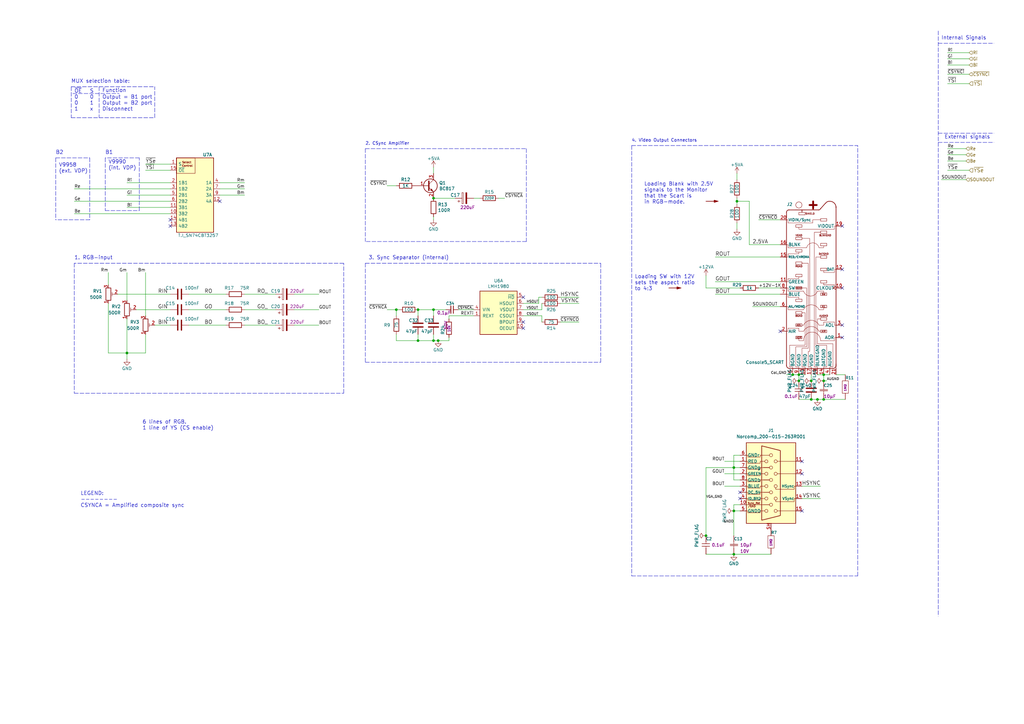
<source format=kicad_sch>
(kicad_sch (version 20211123) (generator eeschema)
  (paper "A3")
  (title_block (title "TRH9000D") (date "2022-08-04") (rev "AA") (company "The Retro Hacker") (comment 2 "Shared under CERN-OHL-S license") (comment 3 "TRH9000 - Open Source MSX Graphics Card based on the Yamaha V9990") (comment 4 "Designed  by: Cristiano Goncalves, Doomn00b, SD_Snatcher"))
  (lib_symbols
    (symbol "C_CC0805JPX7R9BB104_1" (pin_numbers hide) (pin_names (offset 1.016) hide)
      (property "Reference" "C" (at 1.524 2.921 0))
      (property "MPN" "CC0805JPX7R9BB104" (at -12.7 0 0))
      (symbol "C_CC0805JPX7R9BB104_1_1_1"
        (pin passive line (at 0 3.81 270) (length 2.54) (name "1") (number "1"))
        (pin passive line (at 0 -3.81 90) (length 2.54) (name "2") (number "2"))
      )
    )
    (symbol "C_TCJB227_1" (pin_numbers hide) (pin_names (offset 0.254))
      (property "Reference" "C" (at 0.635 2.54 0))
      (property "Capacitance" "220uF" (at -5.08 0 0))
      (symbol "C_TCJB227_1_1_1"
        (pin passive line (at 0 3.81 270) (length 2.794) (name "~") (number "1"))
        (pin passive line (at 0 -3.81 90) (length 2.794) (name "~") (number "2"))
      )
    )
    (symbol "C_TCJB227_2" (pin_numbers hide) (pin_names (offset 0.254))
      (property "Reference" "C" (at 0.635 2.54 0))
      (property "Capacitance" "220uF" (at -5.08 0 0))
      (symbol "C_TCJB227_2_1_1"
        (pin passive line (at 0 3.81 270) (length 2.794) (name "~") (number "1"))
        (pin passive line (at 0 -3.81 90) (length 2.794) (name "~") (number "2"))
      )
    )
    (symbol "Device:C" (pin_numbers hide) (pin_names (offset 0.254))
      (property "Reference" "C" (at 0.635 2.54 0))
      (property "Value" "C" (at 0.635 -2.54 0))
      (symbol "C_1_1"
        (pin passive line (at 0 3.81 270) (length 2.794) (name "~") (number "1"))
        (pin passive line (at 0 -3.81 90) (length 2.794) (name "~") (number "2"))
      )
    )
    (symbol "Device:R" (pin_numbers hide) (pin_names (offset 0))
      (property "Reference" "R" (at 2.032 0 90))
      (property "Value" "R" (at 0 0 90))
      (symbol "R_1_1"
        (pin passive line (at 0 3.81 270) (length 1.27) (name "~") (number "1"))
        (pin passive line (at 0 -3.81 90) (length 1.27) (name "~") (number "2"))
      )
    )
    (symbol "Device:R_Potentiometer_Trim" (pin_names (offset 1.016) hide)
      (property "Reference" "RV" (at -4.445 0 90))
      (property "Value" "R_Potentiometer_Trim" (at -2.54 0 90))
      (symbol "R_Potentiometer_Trim_1_1"
        (pin passive line (at 0 3.81 270) (length 1.27) (name "1") (number "1"))
        (pin passive line (at 3.81 0 180) (length 1.27) (name "2") (number "2"))
        (pin passive line (at 0 -3.81 90) (length 1.27) (name "3") (number "3"))
      )
    )
    (symbol "Graphic:SYM_Arrow_Normal" (pin_names (offset 1.016)))
    (symbol "LRJ-parts:C_CC0805JPX7R9BB104" (pin_numbers hide) (pin_names (offset 1.016) hide)
      (property "Reference" "C" (at 1.524 2.921 0))
      (property "MPN" "CC0805JPX7R9BB104" (at -12.7 0 0))
      (symbol "C_CC0805JPX7R9BB104_1_1"
        (pin passive line (at 0 3.81 270) (length 2.54) (name "1") (number "1"))
        (pin passive line (at 0 -3.81 90) (length 2.54) (name "2") (number "2"))
      )
    )
    (symbol "LRJ-parts:C_CL10B104KB8NNNL" (pin_numbers hide) (pin_names (offset 0.254) hide)
      (property "Reference" "C" (at 0.254 1.778 0))
      (property "Value" "C_CL10B104KB8NNNL" (at 0.254 -2.032 0))
      (property "Capacitance " " 0,1µF" (at -6.35 0 0))
      (property "Voltage Rating" "50V" (at -6.35 -2.54 0))
      (symbol "C_CL10B104KB8NNNL_1_1"
        (pin passive line (at 0 2.54 270) (length 2.032) (name "~") (number "1"))
        (pin passive line (at 0 -2.54 90) (length 2.032) (name "~") (number "2"))
      )
    )
    (symbol "LRJ-parts:C_GRM188D71A106KA73D" (pin_numbers hide) (pin_names (offset 1.016) hide)
      (property "Reference" "C" (at 1.524 2.921 0))
      (property "Capacitance" "10µF" (at 5.08 0 0))
      (property "Voltage rating" "10V" (at 5.08 -2.54 0))
      (symbol "C_GRM188D71A106KA73D_1_1"
        (pin passive line (at 0 3.81 270) (length 2.54) (name "1") (number "1"))
        (pin passive line (at 0 -3.81 90) (length 2.54) (name "2") (number "2"))
      )
    )
    (symbol "LRJ-parts:C_TCJB227" (pin_numbers hide) (pin_names (offset 0.254))
      (property "Reference" "C" (at 0.635 2.54 0))
      (property "Capacitance" "220uF" (at -5.08 0 0))
      (symbol "C_TCJB227_1_1"
        (pin passive line (at 0 3.81 270) (length 2.794) (name "~") (number "1"))
        (pin passive line (at 0 -3.81 90) (length 2.794) (name "~") (number "2"))
      )
    )
    (symbol "LRJ-parts:Console5_SCART" (pin_names (offset 0.762))
      (property "Reference" "J" (at 2.54 36.83 0))
      (property "Value" "Console5_SCART" (at -17.78 -30.48 0))
      (symbol "Console5_SCART_0_0"
        (text "AIL" (at 5.08 -7.62 0) (effects (font (size 0.7112 0.7112))))
        (text "AIR" (at 5.08 -17.78 0) (effects (font (size 0.7112 0.7112))))
        (text "AOL" (at -5.08 -15.24 0) (effects (font (size 0.7112 0.7112))))
        (text "AOR" (at -5.08 -20.32 0) (effects (font (size 0.7112 0.7112))))
        (text "AUGND" (at 5.08 -11.43 0) (effects (font (size 0.7112 0.7112))))
        (text "BGND" (at -5.08 -11.43 0) (effects (font (size 0.7112 0.7112))))
        (text "DATGND" (at 5.08 13.97 0) (effects (font (size 0.7112 0.7112))))
        (text "GGND" (at -5.08 0 0) (effects (font (size 0.5588 0.5588))))
        (text "RGND" (at -5.08 8.89 0) (effects (font (size 0.7112 0.7112))))
        (text "SHIELD" (at -0.508 30.48 0) (effects (font (size 0.7112 0.7112))))
        (text "SW" (at 5.08 -2.54 0) (effects (font (size 0.7112 0.7112))))
        (text "VGND" (at -5.08 21.59 0) (effects (font (size 0.7112 0.7112))))
      )
      (symbol "Console5_SCART_0_1"
        (text "+" (at 0.762 34.29 0) (effects (font (size 3.81 3.81) bold)))
      )
      (symbol "Console5_SCART_1_0"
        (text "BLNKGND" (at 5.715 21.59 0) (effects (font (size 0.7112 0.7112))))
      )
      (symbol "Console5_SCART_1_1"
        (pin output line (at 12.7 -20.32 180) (length 2.54) (name "AOR") (number "1"))
        (pin output clock (at 12.7 0 180) (length 2.54) (name "CLKOUT") (number "10"))
        (pin input line (at -12.7 2.54 0) (length 2.54) (name "GREEN") (number "11"))
        (pin output line (at 12.7 7.62 180) (length 2.54) (name "DAT") (number "12"))
        (pin power_in line (at -2.54 -35.56 90) (length 2.54) (name "RGND") (number "13"))
        (pin power_in line (at 5.08 -35.56 90) (length 2.54) (name "DATGND") (number "14"))
        (pin input line (at -12.7 12.7 0) (length 2.54) (name "RED/CHROMA") (number "15"))
        (pin input line (at -12.7 17.78 0) (length 2.54) (name "BLNK") (number "16"))
        (pin power_in line (at 0 -35.56 90) (length 2.54) (name "VGND") (number "17"))
        (pin power_in line (at 2.54 -35.56 90) (length 2.54) (name "BLNKGND") (number "18"))
        (pin output line (at 12.7 25.4 180) (length 2.54) (name "VIDOUT") (number "19"))
        (pin input line (at -12.7 -17.78 0) (length 2.54) (name "AIR") (number "2"))
        (pin input line (at -12.7 27.94 0) (length 2.54) (name "VIDIN/Sync") (number "20"))
        (pin passive line (at 10.16 -35.56 90) (length 2.54) (name "SH") (number "21"))
        (pin output line (at 12.7 -15.24 180) (length 2.54) (name "AOL") (number "3"))
        (pin power_in line (at 7.62 -35.56 90) (length 2.54) (name "AUGND") (number "4"))
        (pin power_in line (at -7.62 -35.56 90) (length 2.54) (name "BGND") (number "5"))
        (pin input line (at -12.7 -7.62 0) (length 2.54) (name "AIL/MONO") (number "6"))
        (pin input line (at -12.7 -2.54 0) (length 2.54) (name "BLUE") (number "7"))
        (pin input line (at -12.7 0 0) (length 2.54) (name "SW") (number "8"))
        (pin passive line (at -5.08 -35.56 90) (length 2.54) (name "GGND") (number "9"))
      )
    )
    (symbol "LRJ-parts:LMH1980" (pin_names (offset 1.016))
      (property "Reference" "U" (at -11.43 11.43 0))
      (property "Value" "LMH1980" (at 3.81 11.43 0))
      (symbol "LMH1980_1_1"
        (pin input line (at -10.16 0 0) (length 2.54) (name "REXT") (number "1"))
        (pin output line (at 10.16 -5.08 180) (length 2.54) (name "OEOUT") (number "10"))
        (pin input line (at -10.16 2.54 0) (length 2.54) (name "VIN") (number "4"))
        (pin output line (at 10.16 7.62 180) (length 2.54) (name "~{HD}") (number "5"))
        (pin output line (at 10.16 5.08 180) (length 2.54) (name "HSOUT") (number "6"))
        (pin output line (at 10.16 2.54 180) (length 2.54) (name "VSOUT") (number "7"))
        (pin output line (at 10.16 0 180) (length 2.54) (name "CSOUT") (number "8"))
        (pin output line (at 10.16 -2.54 180) (length 2.54) (name "BPOUT") (number "9"))
      )
      (symbol "LMH1980_2_1"
        (pin power_in line (at 0 -7.62 90) (length 2.54) (name "GND") (number "2"))
        (pin power_in line (at 0 7.62 270) (length 2.54) (name "VCC") (number "3"))
      )
    )
    (symbol "LRJ-parts:Norcomp_200-015-263R001" (pin_names (offset 0.635))
      (property "Reference" "J" (at 0 21.59 0))
      (property "Value" "Norcomp_200-015-263R001" (at 38.1 2.54 0))
      (symbol "Norcomp_200-015-263R001_1_0"
        (text "/GND" (at -7.874 -8.255 0) (effects (font (size 0.75 0.75))))
        (text "Sync_Ret" (at -6.985 -6.985 0) (effects (font (size 0.75 0.75))))
      )
      (symbol "Norcomp_200-015-263R001_1_1"
        (pin passive line (at -12.7 10.16 0) (length 2.54) (name "RED") (number "1"))
        (pin passive line (at -12.7 -7.62 0) (length 2.54) (name "Sync_Ret/GND") (number "10"))
        (pin passive line (at 12.7 10.16 180) (length 2.54) (name "~") (number "11"))
        (pin passive line (at 12.7 5.08 180) (length 2.54) (name "~") (number "12"))
        (pin passive line (at 12.7 0 180) (length 2.54) (name "HSync") (number "13"))
        (pin passive line (at 12.7 -5.08 180) (length 2.54) (name "VSync") (number "14"))
        (pin passive line (at 12.7 -10.16 180) (length 2.54) (name "~") (number "15"))
        (pin passive line (at -12.7 5.08 0) (length 2.54) (name "GREEN") (number "2"))
        (pin passive line (at -12.7 0 0) (length 2.54) (name "BLUE") (number "3"))
        (pin passive line (at -12.7 -5.08 0) (length 2.54) (name "ID_Bit2") (number "4"))
        (pin power_in line (at -12.7 -10.16 0) (length 2.54) (name "GNDD") (number "5"))
        (pin power_in line (at -12.7 12.7 0) (length 2.54) (name "GNDr") (number "6"))
        (pin power_in line (at -12.7 7.62 0) (length 2.54) (name "GNDg") (number "7"))
        (pin power_in line (at -12.7 2.54 0) (length 2.54) (name "GNDb") (number "8"))
        (pin power_in line (at -12.7 -2.54 0) (length 2.54) (name "DC_5V") (number "9"))
        (pin passive line (at 0 -17.78 90) (length 2.54) (name "SH") (number "SH"))
      )
    )
    (symbol "LRJ-parts:R_ERJ-3GEYJ105V" (pin_numbers hide) (pin_names (offset 1.016) hide)
      (property "Reference" "R" (at -5.08 1.27 0))
      (property "Value" "R_ERJ-3GEYJ105V" (at -10.16 -3.81 0))
      (property "Resistance" "1MΩ" (at 0 0 0))
      (symbol "R_ERJ-3GEYJ105V_1_1"
        (pin passive line (at -5.08 0 0) (length 2.54) (name "1") (number "1"))
        (pin passive line (at 5.08 0 180) (length 2.54) (name "2") (number "2"))
      )
    )
    (symbol "LRJ-parts:R_RC0603FR-0710KL" (pin_numbers hide) (pin_names (offset 0))
      (property "Reference" "R" (at 0 0 90))
      (property "Value" "R_RC0603FR-0710KL" (at -12.7 0 0))
      (property "Resistance" "10k" (at 3.81 -1.27 0))
      (symbol "R_RC0603FR-0710KL_1_1"
        (pin passive line (at 0 3.81 270) (length 1.27) (name "~") (number "1"))
        (pin passive line (at 0 -3.81 90) (length 1.27) (name "~") (number "2"))
      )
    )
    (symbol "TRH9000:T.I_SN74CBT3257" (pin_names (offset 0.762))
      (property "Reference" "U" (at -7.62 20.32 0))
      (property "Value" "T.I_SN74CBT3257" (at -7.62 -35.56 0))
      (symbol "T.I_SN74CBT3257_1_0"
        (text "Control" (at -3.175 12.065 0) (effects (font (size 0.8 0.8))))
        (text "Select" (at -3.429 13.462 0) (effects (font (size 0.8 0.8))))
      )
      (symbol "T.I_SN74CBT3257_1_1"
        (pin input line (at -10.16 12.7 0) (length 2.54) (name "S") (number "1"))
        (pin bidirectional line (at -10.16 -7.62 0) (length 2.54) (name "3B2") (number "10"))
        (pin bidirectional line (at -10.16 -5.08 0) (length 2.54) (name "3B1") (number "11"))
        (pin bidirectional line (at 10.16 -2.54 180) (length 2.54) (name "4A") (number "12"))
        (pin bidirectional line (at -10.16 -12.7 0) (length 2.54) (name "4B2") (number "13"))
        (pin bidirectional line (at -10.16 -10.16 0) (length 2.54) (name "4B1") (number "14"))
        (pin input line (at -10.16 10.16 0) (length 2.54) (name "~{OE}") (number "15"))
        (pin bidirectional line (at -10.16 5.08 0) (length 2.54) (name "1B1") (number "2"))
        (pin bidirectional line (at -10.16 2.54 0) (length 2.54) (name "1B2") (number "3"))
        (pin bidirectional line (at 10.16 5.08 180) (length 2.54) (name "1A") (number "4"))
        (pin bidirectional line (at -10.16 0 0) (length 2.54) (name "2B1") (number "5"))
        (pin bidirectional line (at -10.16 -2.54 0) (length 2.54) (name "2B2") (number "6"))
        (pin bidirectional line (at 10.16 2.54 180) (length 2.54) (name "2A") (number "7"))
        (pin bidirectional line (at 10.16 0 180) (length 2.54) (name "3A") (number "9"))
      )
      (symbol "T.I_SN74CBT3257_2_0"
        (pin power_in line (at 0 7.62 270) (length 2.54) (name "VCC") (number "16"))
      )
      (symbol "T.I_SN74CBT3257_2_1"
        (pin power_in line (at 0 -7.62 90) (length 2.54) (name "GND") (number "8"))
      )
    )
    (symbol "Transistor_BJT:BC817" (pin_names (offset 0) hide)
      (property "Reference" "Q" (at 5.08 1.905 0))
      (property "Value" "BC817" (at 5.08 0 0))
      (symbol "BC817_1_1"
        (pin input line (at -5.08 0 0) (length 5.715) (name "B") (number "1"))
        (pin passive line (at 2.54 -5.08 90) (length 2.54) (name "E") (number "2"))
        (pin passive line (at 2.54 5.08 270) (length 2.54) (name "C") (number "3"))
      )
    )
    (symbol "power:+12VA" (power) (pin_names (offset 0))
      (property "Value" "+12VA" (at 0 3.556 0))
      (symbol "+12VA_1_1"
        (pin power_in line (at 0 0 90) (length 0) hide (name "+12VA") (number "1"))
      )
    )
    (symbol "power:+5VA" (power) (pin_names (offset 0))
      (property "Value" "+5VA" (at 0 3.556 0))
      (symbol "+5VA_1_1"
        (pin power_in line (at 0 0 90) (length 0) hide (name "+5VA") (number "1"))
      )
    )
    (symbol "power:GND" (power) (pin_names (offset 0))
      (property "Value" "GND" (at 0 -3.81 0))
      (symbol "GND_1_1"
        (pin power_in line (at 0 0 270) (length 0) hide (name "GND") (number "1"))
      )
    )
    (symbol "power:PWR_FLAG" (power) (pin_numbers hide) (pin_names (offset 0) hide)
      (property "Value" "PWR_FLAG" (at 0 3.81 0))
      (symbol "PWR_FLAG_0_0"
        (pin power_out line (at 0 0 90) (length 0) (name "pwr") (number "1"))
      )
    )
  )
  (junction (at 337.82 163.83))
  (junction (at 177.8 127))
  (junction (at 171.45 139.7))
  (junction (at 177.8 81.28))
  (junction (at 177.8 139.7))
  (junction (at 332.74 163.83))
  (junction (at 300.99 227.33))
  (junction (at 302.26 82.55))
  (junction (at 289.56 219.71))
  (junction (at 335.28 163.83))
  (junction (at 337.82 153.67))
  (junction (at 300.99 209.55))
  (junction (at 327.66 153.67))
  (junction (at 325.12 153.67))
  (junction (at 52.07 144.78))
  (junction (at 332.74 156.21))
  (junction (at 327.66 156.21))
  (junction (at 179.705 139.7))
  (junction (at 171.45 127))
  (junction (at 300.99 191.77))
  (junction (at 162.56 127))
  (junction (at 337.82 156.21))
  (no_connect (at 214.63 132.08))
  (no_connect (at 214.63 134.62))
  (no_connect (at 320.04 135.89))
  (no_connect (at 345.44 118.11))
  (no_connect (at 345.44 138.43))
  (no_connect (at 345.44 133.35))
  (no_connect (at 69.85 92.71))
  (no_connect (at 69.85 90.17))
  (no_connect (at 90.17 82.55))
  (no_connect (at 345.44 92.71))
  (no_connect (at 345.44 110.49))
  (no_connect (at 303.53 204.47))
  (no_connect (at 328.93 189.23))
  (no_connect (at 328.93 194.31))
  (no_connect (at 328.93 209.55))
  (no_connect (at 303.53 201.93))
  (no_connect (at 214.63 121.92))
  (wire (pts (xy 59.69 137.16) (xy 59.69 144.78)))
  (wire (pts (xy 30.48 87.63) (xy 69.85 87.63)))
  (wire (pts (xy 388.62 34.29) (xy 397.51 34.29)))
  (wire (pts (xy 289.56 191.77) (xy 300.99 191.77)))
  (polyline (pts (xy 30.48 107.95) (xy 30.48 161.29)))
  (wire (pts (xy 77.47 133.35) (xy 92.71 133.35)))
  (wire (pts (xy 207.01 81.28) (xy 204.47 81.28)))
  (polyline (pts (xy 22.86 64.77) (xy 36.83 64.77)))
  (polyline (pts (xy 149.86 60.96) (xy 215.9 60.96)))
  (polyline (pts (xy 215.9 60.96) (xy 215.9 99.06)))
  (wire (pts (xy 171.45 139.7) (xy 177.8 139.7)))
  (wire (pts (xy 113.03 120.65) (xy 100.33 120.65)))
  (wire (pts (xy 177.8 71.12) (xy 177.8 68.58)))
  (wire (pts (xy 303.53 186.69) (xy 300.99 186.69)))
  (wire (pts (xy 300.99 227.33) (xy 316.23 227.33)))
  (polyline (pts (xy 43.18 86.36) (xy 57.15 86.36)))
  (wire (pts (xy 120.65 133.35) (xy 130.81 133.35)))
  (wire (pts (xy 297.18 189.23) (xy 303.53 189.23)))
  (wire (pts (xy 339.09 156.21) (xy 337.82 156.21)))
  (wire (pts (xy 325.12 153.67) (xy 327.66 153.67)))
  (wire (pts (xy 52.07 130.81) (xy 52.07 144.78)))
  (polyline (pts (xy 259.08 236.22) (xy 351.79 236.22)))
  (wire (pts (xy 158.75 127) (xy 162.56 127)))
  (wire (pts (xy 63.5 133.35) (xy 69.85 133.35)))
  (wire (pts (xy 162.56 139.7) (xy 171.45 139.7)))
  (wire (pts (xy 171.45 137.16) (xy 171.45 139.7)))
  (wire (pts (xy 289.56 113.03) (xy 289.56 118.11)))
  (polyline (pts (xy 215.9 99.06) (xy 149.86 99.06)))
  (wire (pts (xy 300.99 207.01) (xy 303.53 207.01)))
  (wire (pts (xy 229.87 132.08) (xy 237.49 132.08)))
  (polyline (pts (xy 29.21 48.26) (xy 63.5 48.26)))
  (wire (pts (xy 90.17 80.01) (xy 100.33 80.01)))
  (wire (pts (xy 52.07 144.78) (xy 52.07 147.32)))
  (wire (pts (xy 322.58 153.67) (xy 325.12 153.67)))
  (wire (pts (xy 289.56 118.11) (xy 303.53 118.11)))
  (polyline (pts (xy 149.86 148.59) (xy 246.38 148.59)))
  (polyline (pts (xy 29.21 35.56) (xy 63.5 35.56)))
  (wire (pts (xy 386.08 73.66) (xy 396.24 73.66)))
  (wire (pts (xy 162.56 137.16) (xy 162.56 139.7)))
  (wire (pts (xy 388.62 63.5) (xy 396.24 63.5)))
  (polyline (pts (xy 40.64 35.56) (xy 40.64 48.26)))
  (wire (pts (xy 388.62 21.59) (xy 397.51 21.59)))
  (polyline (pts (xy 29.845 38.354) (xy 48.895 38.354)))
  (wire (pts (xy 214.63 127) (xy 222.25 127)))
  (wire (pts (xy 388.62 66.04) (xy 396.24 66.04)))
  (wire (pts (xy 214.63 124.46) (xy 220.98 124.46)))
  (wire (pts (xy 59.69 69.85) (xy 69.85 69.85)))
  (wire (pts (xy 332.74 156.21) (xy 332.74 153.67)))
  (wire (pts (xy 220.98 121.92) (xy 222.25 121.92)))
  (wire (pts (xy 229.87 124.46) (xy 237.49 124.46)))
  (wire (pts (xy 300.99 191.77) (xy 300.99 196.85)))
  (wire (pts (xy 90.17 77.47) (xy 100.33 77.47)))
  (polyline (pts (xy 30.48 161.29) (xy 140.97 161.29)))
  (wire (pts (xy 177.8 127) (xy 177.8 129.54)))
  (polyline (pts (xy 420.37 125.73) (xy 420.37 125.73)))
  (wire (pts (xy 388.62 30.48) (xy 397.51 30.48)))
  (wire (pts (xy 77.47 120.65) (xy 92.71 120.65)))
  (wire (pts (xy 303.53 209.55) (xy 300.99 209.55)))
  (wire (pts (xy 222.25 129.54) (xy 222.25 132.08)))
  (wire (pts (xy 311.15 118.11) (xy 320.04 118.11)))
  (wire (pts (xy 293.37 120.65) (xy 320.04 120.65)))
  (wire (pts (xy 214.63 129.54) (xy 222.25 129.54)))
  (wire (pts (xy 90.17 74.93) (xy 100.33 74.93)))
  (polyline (pts (xy 384.81 17.78) (xy 407.67 17.78)))
  (polyline (pts (xy 384.81 58.42) (xy 407.67 58.42)))
  (wire (pts (xy 44.45 144.78) (xy 52.07 144.78)))
  (wire (pts (xy 335.28 163.83) (xy 337.82 163.83)))
  (polyline (pts (xy 149.86 107.95) (xy 246.38 107.95)))
  (wire (pts (xy 308.61 125.73) (xy 320.04 125.73)))
  (wire (pts (xy 307.34 100.33) (xy 320.04 100.33)))
  (wire (pts (xy 52.07 85.09) (xy 69.85 85.09)))
  (wire (pts (xy 388.62 26.67) (xy 397.51 26.67)))
  (wire (pts (xy 320.04 90.17) (xy 311.15 90.17)))
  (wire (pts (xy 48.26 120.65) (xy 69.85 120.65)))
  (polyline (pts (xy 149.86 107.95) (xy 149.86 148.59)))
  (wire (pts (xy 328.93 204.47) (xy 336.55 204.47)))
  (polyline (pts (xy 140.97 161.29) (xy 140.97 107.95)))
  (wire (pts (xy 222.25 124.46) (xy 222.25 127)))
  (wire (pts (xy 293.37 105.41) (xy 320.04 105.41)))
  (wire (pts (xy 300.99 191.77) (xy 303.53 191.77)))
  (wire (pts (xy 158.75 76.2) (xy 162.56 76.2)))
  (wire (pts (xy 337.82 156.21) (xy 337.82 153.67)))
  (wire (pts (xy 30.48 77.47) (xy 69.85 77.47)))
  (wire (pts (xy 196.85 81.28) (xy 194.31 81.28)))
  (wire (pts (xy 300.99 219.71) (xy 300.99 209.55)))
  (wire (pts (xy 187.96 127) (xy 194.31 127)))
  (polyline (pts (xy 57.15 86.36) (xy 57.15 64.77)))
  (polyline (pts (xy 140.97 107.95) (xy 30.48 107.95)))
  (wire (pts (xy 307.34 82.55) (xy 307.34 100.33)))
  (polyline (pts (xy 57.15 64.77) (xy 43.18 64.77)))
  (wire (pts (xy 293.37 115.57) (xy 320.04 115.57)))
  (wire (pts (xy 177.8 127) (xy 182.88 127)))
  (wire (pts (xy 177.8 137.16) (xy 177.8 139.7)))
  (wire (pts (xy 113.03 127) (xy 100.33 127)))
  (wire (pts (xy 346.71 153.67) (xy 342.9 153.67)))
  (wire (pts (xy 44.45 111.76) (xy 44.45 116.84)))
  (wire (pts (xy 52.07 111.76) (xy 52.07 123.19)))
  (wire (pts (xy 52.07 74.93) (xy 69.85 74.93)))
  (wire (pts (xy 300.99 196.85) (xy 303.53 196.85)))
  (wire (pts (xy 120.65 120.65) (xy 130.81 120.65)))
  (wire (pts (xy 300.99 186.69) (xy 300.99 191.77)))
  (wire (pts (xy 162.56 127) (xy 163.83 127)))
  (wire (pts (xy 52.07 80.01) (xy 69.85 80.01)))
  (wire (pts (xy 297.18 199.39) (xy 303.53 199.39)))
  (wire (pts (xy 55.88 127) (xy 69.85 127)))
  (wire (pts (xy 171.45 127) (xy 177.8 127)))
  (polyline (pts (xy 149.86 60.96) (xy 149.86 99.06)))
  (wire (pts (xy 300.99 207.01) (xy 300.99 209.55)))
  (wire (pts (xy 59.69 144.78) (xy 52.07 144.78)))
  (wire (pts (xy 220.98 121.92) (xy 220.98 124.46)))
  (wire (pts (xy 302.26 93.98) (xy 302.26 91.44)))
  (wire (pts (xy 328.93 199.39) (xy 336.55 199.39)))
  (wire (pts (xy 186.69 81.28) (xy 177.8 81.28)))
  (wire (pts (xy 302.26 81.28) (xy 302.26 82.55)))
  (wire (pts (xy 327.66 153.67) (xy 330.2 153.67)))
  (wire (pts (xy 77.47 127) (xy 92.71 127)))
  (polyline (pts (xy 259.08 59.69) (xy 259.08 236.22)))
  (wire (pts (xy 162.56 129.54) (xy 162.56 127)))
  (wire (pts (xy 302.26 82.55) (xy 307.34 82.55)))
  (wire (pts (xy 44.45 124.46) (xy 44.45 144.78)))
  (wire (pts (xy 130.81 127) (xy 120.65 127)))
  (wire (pts (xy 337.82 153.67) (xy 340.36 153.67)))
  (polyline (pts (xy 384.81 54.61) (xy 407.67 54.61)))
  (wire (pts (xy 59.69 111.76) (xy 59.69 129.54)))
  (wire (pts (xy 335.28 153.67) (xy 337.82 153.67)))
  (wire (pts (xy 179.705 139.7) (xy 184.15 139.7)))
  (wire (pts (xy 397.51 69.85) (xy 388.62 69.85)))
  (wire (pts (xy 289.56 219.71) (xy 289.56 191.77)))
  (wire (pts (xy 177.8 139.7) (xy 179.705 139.7)))
  (wire (pts (xy 100.33 133.35) (xy 113.03 133.35)))
  (wire (pts (xy 184.15 138.43) (xy 184.15 139.7)))
  (wire (pts (xy 177.8 88.9) (xy 177.8 90.17)))
  (wire (pts (xy 184.15 130.81) (xy 184.15 129.54)))
  (polyline (pts (xy 246.38 148.59) (xy 246.38 107.95)))
  (wire (pts (xy 297.18 194.31) (xy 303.53 194.31)))
  (wire (pts (xy 337.82 163.83) (xy 346.71 163.83)))
  (wire (pts (xy 229.87 121.92) (xy 237.49 121.92)))
  (polyline (pts (xy 22.86 64.77) (xy 22.86 90.17)))
  (wire (pts (xy 327.66 156.21) (xy 327.66 153.67)))
  (wire (pts (xy 388.62 60.96) (xy 396.24 60.96)))
  (polyline (pts (xy 351.79 236.22) (xy 351.79 59.69)))
  (wire (pts (xy 30.48 82.55) (xy 69.85 82.55)))
  (polyline (pts (xy 259.08 59.69) (xy 351.79 59.69)))
  (wire (pts (xy 388.62 24.13) (xy 397.51 24.13)))
  (polyline (pts (xy 63.5 48.26) (xy 63.5 35.56)))
  (wire (pts (xy 171.45 127) (xy 171.45 129.54)))
  (polyline (pts (xy 36.83 90.17) (xy 22.86 90.17)))
  (polyline (pts (xy 384.81 12.7) (xy 384.81 252.73)))
  (wire (pts (xy 302.26 82.55) (xy 302.26 83.82)))
  (wire (pts (xy 289.56 227.33) (xy 300.99 227.33)))
  (wire (pts (xy 302.26 71.12) (xy 302.26 73.66)))
  (wire (pts (xy 59.69 67.31) (xy 69.85 67.31)))
  (polyline (pts (xy 43.18 64.77) (xy 43.18 86.36)))
  (polyline (pts (xy 29.21 35.56) (xy 29.21 48.26)))
  (wire (pts (xy 184.15 129.54) (xy 194.31 129.54)))
  (polyline (pts (xy 36.83 64.77) (xy 36.83 90.17)))
  (wire (pts (xy 327.66 163.83) (xy 332.74 163.83)))
  (wire (pts (xy 332.74 163.83) (xy 335.28 163.83)))
  (text "Internal Signals" (at 386.08 16.51 0) (effects (font (size 1.524 1.524)) (justify left bottom)))
  (text "B1" (at 43.18 63.5 0) (effects (font (size 1.524 1.524)) (justify left bottom)))
  (text "3. Sync Separator (internal)" (at 151.13 106.68 0) (effects (font (size 1.524 1.524)) (justify left bottom)))
  (text "2. CSync Amplifier" (at 149.86 59.69 0) (effects (font (size 1.27 1.27)) (justify left bottom)))
  (text "Loading Blank with 2.5V\nsignals to the Monitor \nthat the Scart is \nin RGB-mode." (at 264.16 83.82 0) (effects (font (size 1.524 1.524)) (justify left bottom)))
  (text "Function" (at 41.91 38.1 0) (effects (font (size 1.524 1.524)) (justify left bottom)))
  (text "V9990\n(int. VDP)" (at 44.45 69.85 0) (effects (font (size 1.524 1.524)) (justify left bottom)))
  (text "~{OE}\n0\n0\n1" (at 30.48 45.72 0) (effects (font (size 1.524 1.524)) (justify left bottom)))
  (text "LEGEND:\n--------\nCSYNCA = Amplified composite sync" (at 33.02 208.28 0) (effects (font (size 1.524 1.524)) (justify left bottom)))
  (text "Output = B1 port\nOutput = B2 port\nDisconnect" (at 41.91 45.72 0) (effects (font (size 1.524 1.524)) (justify left bottom)))
  (text "4. Video Output Connectors\n" (at 259.08 58.42 0) (effects (font (size 1.27 1.27)) (justify left bottom)))
  (text "External signals" (at 387.35 57.15 0) (effects (font (size 1.524 1.524)) (justify left bottom)))
  (text "1. RGB-input" (at 30.48 106.68 0) (effects (font (size 1.524 1.524)) (justify left bottom)))
  (text "S\n0\n1\nx" (at 36.83 45.72 0) (effects (font (size 1.524 1.524)) (justify left bottom)))
  (text "MUX selection table:" (at 29.21 34.29 0) (effects (font (size 1.524 1.524)) (justify left bottom)))
  (text "B2" (at 22.86 63.5 0) (effects (font (size 1.524 1.524)) (justify left bottom)))
  (text "6 lines of RGB.\n1 line of YS (CS enable)" (at 58.42 176.53 0) (effects (font (size 1.524 1.524)) (justify left bottom)))
  (text "Loading SW with 12V \nsets the aspect ratio\nto 4:3" (at 260.35 119.38 0) (effects (font (size 1.524 1.524)) (justify left bottom)))
  (text "V9958\n(ext. VDP)" (at 24.13 71.12 0) (effects (font (size 1.524 1.524)) (justify left bottom)))
  (label "~{YSi}" (at 59.69 69.85 0) (effects (font (size 1.524 1.524))))
  (label "VSYNC" (at 237.49 124.46 180) (effects (font (size 1.524 1.524))))
  (label "Be" (at 30.48 87.63 0))
  (label "~{CSYNCO}" (at 237.49 132.08 180))
  (label "RO" (at 83.82 120.65 0) (effects (font (size 1.524 1.524))))
  (label "BO_" (at 105.41 133.35 0) (effects (font (size 1.524 1.524))))
  (label "BIN" (at 64.77 133.35 0) (effects (font (size 1.524 1.524))))
  (label "HSYNC" (at 237.49 121.92 180) (effects (font (size 1.524 1.524))))
  (label "ROUT" (at 130.81 120.65 0))
  (label "GO_" (at 105.41 127 0) (effects (font (size 1.524 1.524))))
  (label "BOUT" (at 293.37 120.65 0) (effects (font (size 1.524 1.524))))
  (label "BOUT" (at 297.18 199.39 180))
  (label "Bm" (at 59.69 111.76 180))
  (label "SOUNDOUT" (at 386.08 73.66 0))
  (label "Ge" (at 388.62 63.5 0))
  (label "Ge" (at 30.48 82.55 0))
  (label "Ri" (at 388.62 21.59 0))
  (label "~{CSYNCi}" (at 158.75 76.2 180))
  (label "GNDD" (at 300.99 214.63 180) (effects (font (size 1 1))))
  (label "+12V-1K" (at 311.15 118.11 0))
  (label "VSYNC" (at 336.55 204.47 180) (effects (font (size 1.524 1.524))))
  (label "2.5VA" (at 308.61 100.33 0) (effects (font (size 1.524 1.524))))
  (label "CSOUT" (at 215.9 129.54 0) (effects (font (size 1 1))))
  (label "BOUT" (at 130.81 133.35 0))
  (label "Gi" (at 52.07 80.01 0))
  (label "~{YSe}" (at 59.69 67.31 0) (effects (font (size 1.524 1.524))))
  (label "ROUT" (at 293.37 105.41 0) (effects (font (size 1.524 1.524))))
  (label "Gm" (at 52.07 111.76 180))
  (label "SOUNDOUT" (at 308.61 125.73 0))
  (label "Rm" (at 44.45 111.76 180))
  (label "Bi" (at 388.62 26.67 0))
  (label "Rm" (at 100.33 74.93 180))
  (label "~{YSi}" (at 388.62 34.29 0) (effects (font (size 1.524 1.524))))
  (label "BO" (at 83.82 133.35 0) (effects (font (size 1.524 1.524))))
  (label "~{CSYNCA_}" (at 194.31 127 180) (effects (font (size 1 1))))
  (label "~{CSYNCi}" (at 388.62 30.48 0))
  (label "Re" (at 30.48 77.47 0))
  (label "GIN" (at 64.77 127 0) (effects (font (size 1.524 1.524))))
  (label "Col_GND" (at 322.58 153.67 180) (effects (font (size 1 1))))
  (label "Be" (at 388.62 66.04 0))
  (label "GO" (at 83.82 127 0) (effects (font (size 1.524 1.524))))
  (label "Ri" (at 52.07 74.93 0))
  (label "~{CSYNCO}" (at 311.15 90.17 0))
  (label "~{CSYNCA}" (at 158.75 127 180))
  (label "Gi" (at 388.62 24.13 0))
  (label "Bm" (at 100.33 80.01 180))
  (label "AUGND" (at 339.09 156.21 0) (effects (font (size 1 1))))
  (label "VSOUT" (at 215.9 127 0) (effects (font (size 1 1))))
  (label "~{YSe}" (at 388.62 69.85 0) (effects (font (size 1.524 1.524))))
  (label "~{CSYNCA}" (at 207.01 81.28 0))
  (label "ROUT" (at 297.18 189.23 180))
  (label "RO_" (at 105.41 120.65 0) (effects (font (size 1.524 1.524))))
  (label "GOUT" (at 130.81 127 0))
  (label "HSOUT" (at 215.9 124.46 0) (effects (font (size 1 1))))
  (label "Bi" (at 52.07 85.09 0))
  (label "RIN" (at 64.77 120.65 0) (effects (font (size 1.524 1.524))))
  (label "GOUT" (at 297.18 194.31 180))
  (label "GOUT" (at 293.37 115.57 0) (effects (font (size 1.524 1.524))))
  (label "REXTi" (at 194.31 129.54 180))
  (label "VGA_GND" (at 289.56 204.47 0) (effects (font (size 1 1))))
  (label "HSYNC" (at 336.55 199.39 180) (effects (font (size 1.524 1.524))))
  (label "Gm" (at 100.33 77.47 180))
  (label "Re" (at 388.62 60.96 0))
  (hierarchical_label "Ri" (shape input) (at 397.51 21.59 0))
  (hierarchical_label "~{YSi}" (shape input) (at 397.51 34.29 0) (effects (font (size 1.524 1.524))))
  (hierarchical_label "Ge" (shape input) (at 396.24 63.5 0))
  (hierarchical_label "Gi" (shape input) (at 397.51 24.13 0))
  (hierarchical_label "Re" (shape input) (at 396.24 60.96 0))
  (hierarchical_label "~{YSe}" (shape input) (at 397.51 69.85 0) (effects (font (size 1.524 1.524))))
  (hierarchical_label "Be" (shape input) (at 396.24 66.04 0))
  (hierarchical_label "Bi" (shape input) (at 397.51 26.67 0))
  (hierarchical_label "~{CSYNCi}" (shape input) (at 397.51 30.48 0))
  (hierarchical_label "SOUNDOUT" (shape input) (at 396.24 73.66 0))
  (symbol (lib_id "power:GND") (at 179.705 139.7 0) (unit 1)
    (property "Reference" "#PWR016" (effects hide))
    (property "Value" "GND" (at 179.705 143.51 0))
  )
  (symbol (lib_name "C_TCJB227_1") (lib_id "LRJ-parts:C_TCJB227") (at 116.84 133.35 90) (unit 1)
    (property "Reference" "C21" (at 113.03 132.08 90))
    (property "Value" "C_TCJB227" (effects hide))
    (property "Footprint" "Capacitor_Tantalum_SMD:CP_EIA-3528-15_AVX-H" (effects hide))
    (property "Datasheet" "https://datasheets.kyocera-avx.com/TCJ.pdf" (effects hide))
    (property "MPN" "TCJB227M006R0070" (effects hide))
    (property "Voltage Rating" "6.3V" (effects hide))
    (property "Manufacturer" "KYOCERA AVX" (effects hide))
    (property "Capacitance" "220uF" (at 121.92 132.08 90))
  )
  (symbol (lib_id "LRJ-parts:C_GRM188D71A106KA73D") (at 337.82 160.02 180) (unit 1)
    (property "Reference" "C25" (at 337.82 158.115 0) (effects (font (size 1.143 1.143)) (justify right)))
    (property "Value" "C_GRM188D71A106KA73D" (effects hide))
    (property "Footprint" "Capacitor_SMD:C_0603_1608Metric" (effects hide))
    (property "Datasheet" "https://media.digikey.com/pdf/Data%20Sheets/Samsung%20PDFs/CL_Series_MLCC_ds.pdf" (effects hide))
    (property "Manufacturer" "Murata Electronics" (effects hide))
    (property "MPN" "GRM188D71A106KA73D" (effects hide))
    (property "Capacitance" "10µF" (at 337.82 162.56 0) (effects (justify right)))
    (property "Voltage rating" "10V" (effects hide))
    (property "Temperature Coefficient " "X7T" (effects hide))
    (property "Mounting type" "SMD" (effects hide))
    (property "Status" "Active" (effects hide))
  )
  (symbol (lib_id "Device:R_Potentiometer_Trim") (at 52.07 127 0) (mirror x) (unit 1)
    (property "Reference" "RV2" (at 49.53 125.7299 0) (effects (justify right)))
    (property "Value" "500R" (at 49.53 128.2699 0) (effects (justify right)))
    (property "Footprint" "Potentiometer_SMD:Potentiometer_Bourns_3314G_Vertical" (effects hide))
  )
  (symbol (lib_id "Device:R") (at 177.8 85.09 0) (unit 1)
    (property "Reference" "R13" (at 179.578 83.9216 0) (effects (justify left)))
    (property "Value" "100R" (at 179.578 86.233 0) (effects (justify left)))
    (property "Footprint" "Resistor_SMD:R_0805_2012Metric" (effects hide))
  )
  (symbol (lib_id "LRJ-parts:C_CC0805JPX7R9BB104") (at 289.56 223.52 0) (unit 1)
    (property "Reference" "C2" (at 289.56 220.98 0) (effects (font (size 1.143 1.143)) (justify left)))
    (property "Value" "C_CC0805JPX7R9BB104" (effects hide))
    (property "Footprint" "LRJ:C_0805_2012Metric_round_court" (effects hide))
    (property "Datasheet" "https://www.yageo.com/upload/media/product/productsearch/datasheet/mlcc/UPY-GPHC_X7R_6.3V-to-50V_18.pdf" (effects hide))
    (property "Manufacturer" "Yageo" (effects hide))
    (property "MPN" "CC0805JPX7R9BB104" (effects hide))
    (property "Mouser datasheet" "https://www.mouser.se/datasheet/2/427/vjcommercialseries-1764145.pdf" (effects hide))
    (property "Capacitance" "0.1uF" (at 294.64 223.52 0))
    (property "Voltage rating" "50V" (effects hide))
    (property "Temperature Coefficient " "X7R" (effects hide))
    (property "Mounting type" "SMD" (effects hide))
    (property "Status" "Active" (effects hide))
  )
  (symbol (lib_name "C_TCJB227_2") (lib_id "LRJ-parts:C_TCJB227") (at 190.5 81.28 90) (unit 1)
    (property "Reference" "C17" (at 186.69 80.01 90))
    (property "Value" "C_TCJB227" (effects hide))
    (property "Footprint" "Capacitor_Tantalum_SMD:CP_EIA-3528-15_AVX-H" (effects hide))
    (property "Datasheet" "https://datasheets.kyocera-avx.com/TCJ.pdf" (effects hide))
    (property "MPN" "TCJB227M006R0070" (effects hide))
    (property "Voltage Rating" "6.3V" (effects hide))
    (property "Manufacturer" "KYOCERA AVX" (effects hide))
    (property "Capacitance" "220uF" (at 191.77 85.09 90))
  )
  (symbol (lib_id "Device:C") (at 73.66 120.65 270) (unit 1)
    (property "Reference" "C14" (at 69.85 118.11 90))
    (property "Value" "100nF" (at 78.74 118.11 90))
    (property "Footprint" "Capacitor_SMD:C_0805_2012Metric" (effects hide))
  )
  (symbol (lib_id "Device:C") (at 332.74 160.02 0) (unit 1)
    (property "Reference" "C40" (at 328.93 158.115 0) (effects (justify left)))
    (property "Value" "47pF" (at 327.66 162.56 0) (effects (justify left)))
    (property "Footprint" "Capacitor_SMD:C_0603_1608Metric" (effects hide))
  )
  (symbol (lib_id "Device:R") (at 226.06 124.46 270) (mirror x) (unit 1)
    (property "Reference" "R26" (at 226.06 127 90))
    (property "Value" "100" (at 226.06 124.46 90))
    (property "Footprint" "Resistor_SMD:R_0603_1608Metric" (effects hide))
  )
  (symbol (lib_id "LRJ-parts:Console5_SCART") (at 332.74 118.11 0) (unit 1)
    (property "Reference" "J2" (at 323.85 83.82 0))
    (property "Value" "Console5_SCART" (at 313.69 148.59 0))
    (property "Footprint" "LRJ:SCART-21_Female_Horizontal_P1.905x2.54mm_EdgePinOffset10.7mm" (effects hide))
    (property "Datasheet" "https://console5.com/store/female-scart-jp21-through-hole-pcb-mount-21-pin-connector-right-angle.html#" (effects hide))
    (property "Manufacturer" "Console5" (effects hide))
    (property "MPN" "N/A" (effects hide))
  )
  (symbol (lib_id "power:GND") (at 177.8 90.17 0) (unit 1)
    (property "Reference" "#PWR0142" (effects hide))
    (property "Value" "GND" (at 177.8 93.98 0))
  )
  (symbol (lib_id "Device:R") (at 96.52 120.65 270) (unit 1)
    (property "Reference" "R17" (at 93.98 118.11 90))
    (property "Value" "75R" (at 100.33 118.11 90))
    (property "Footprint" "Resistor_SMD:R_0805_2012Metric" (effects hide))
  )
  (symbol (lib_id "power:+5VA") (at 177.8 68.58 0) (unit 1)
    (property "Reference" "#PWR02" (effects hide))
    (property "Value" "+5VA" (at 177.8 65.024 0))
  )
  (symbol (lib_id "LRJ-parts:C_GRM188D71A106KA73D") (at 300.99 223.52 180) (unit 1)
    (property "Reference" "C13" (at 300.99 220.98 0) (effects (font (size 1.143 1.143)) (justify right)))
    (property "Value" "C_GRM188D71A106KA73D" (effects hide))
    (property "Footprint" "Capacitor_SMD:C_0603_1608Metric" (effects hide))
    (property "Datasheet" "https://media.digikey.com/pdf/Data%20Sheets/Samsung%20PDFs/CL_Series_MLCC_ds.pdf" (effects hide))
    (property "Manufacturer" "Murata Electronics" (effects hide))
    (property "MPN" "GRM188D71A106KA73D" (effects hide))
    (property "Capacitance" "10µF" (at 303.53 223.52 0) (effects (justify right)))
    (property "Voltage rating" "10V" (at 303.53 226.06 0) (effects (justify right)))
    (property "Temperature Coefficient " "X7T" (effects hide))
    (property "Mounting type" "SMD" (effects hide))
    (property "Status" "Active" (effects hide))
  )
  (symbol (lib_id "Device:R") (at 307.34 118.11 270) (unit 1)
    (property "Reference" "R29" (at 302.26 116.84 90))
    (property "Value" "1k" (at 307.34 118.11 90))
    (property "Footprint" "Resistor_SMD:R_0603_1608Metric" (effects hide))
  )
  (symbol (lib_id "LRJ-parts:Norcomp_200-015-263R001") (at 316.23 199.39 0) (unit 1)
    (property "Reference" "J1" (at 316.23 176.53 0))
    (property "Value" "Norcomp_200-015-263R001" (at 316.23 179.07 0))
    (property "Footprint" "LRJ:Norcomp_DSUB-15-HD_Female_Horizontal_SMD_P0.77x1.98mm" (effects hide))
    (property "Datasheet" "https://www.norcomp.net/rohspdfs/Connectors/2YY/200-015-263R001.pdf" (effects hide))
    (property "MPN" "200-015-263R001" (effects hide))
    (property "Manufacturer" "NorComp Inc." (effects hide))
    (property "Description" "CONN D-SUB HD RCPT 15POS SMD R/A" (effects hide))
    (property "Current Rating" "2A" (effects hide))
    (property "Voltage Rating" "300V" (effects hide))
  )
  (symbol (lib_id "power:PWR_FLAG") (at 332.74 156.21 90) (unit 1)
    (property "Reference" "#FLG06" (effects hide))
    (property "Value" "PWR_FLAG" (at 328.93 156.21 0))
  )
  (symbol (lib_id "Device:R") (at 162.56 133.35 0) (unit 1)
    (property "Reference" "R9" (at 158.75 133.35 0))
    (property "Value" "75" (at 162.56 133.35 90))
    (property "Footprint" "Resistor_SMD:R_0603_1608Metric" (effects hide))
  )
  (symbol (lib_id "Graphic:SYM_Arrow_Normal") (at 276.86 118.11 0) (unit 1)
    (property "Reference" "#SYM2" (effects hide))
    (property "Value" "SYM_Arrow_Normal" (effects hide))
  )
  (symbol (lib_id "LRJ-parts:C_CL10B104KB8NNNL") (at 185.42 127 270) (mirror x) (unit 1)
    (property "Reference" "C34" (at 182.88 124.46 90) (effects (font (size 1.143 1.143)) (justify left)))
    (property "Value" "C_CL10B104KB8NNNL" (effects hide))
    (property "Footprint" "Capacitor_SMD:C_0603_1608Metric_Pad1.08x0.95mm_HandSolder" (effects hide))
    (property "Datasheet" "http://product.samsungsem.com/mlcc/CL10B104KB8NNN.do" (effects hide))
    (property "Manufacturer" "Samsung Electro-Mechanics" (effects hide))
    (property "MPN" "CL10B104KB8NNNL" (effects hide))
    (property "Temperature Coefficient " "X7R" (effects hide))
    (property "Capacitance " " 0,1µF" (at 181.61 128.27 90))
    (property "Tolerance" " ±10% " (effects hide))
    (property "Operating Temperature " " -55°C to +125°C " (effects hide))
    (property "Package" "1608 Metric" (effects hide))
    (property "DK_Datasheet" "https://media.digikey.com/pdf/Data%20Sheets/Samsung%20PDFs/CL_Series_MLCC_ds.pdf" (effects hide))
    (property "Voltage Rating" "50V" (at 182.88 133.35 0))
  )
  (symbol (lib_id "Device:R") (at 167.64 127 270) (mirror x) (unit 1)
    (property "Reference" "R10" (at 167.64 124.46 90))
    (property "Value" "100" (at 167.64 127 90))
    (property "Footprint" "Resistor_SMD:R_0603_1608Metric" (effects hide))
  )
  (symbol (lib_id "power:PWR_FLAG") (at 289.56 219.71 90) (unit 1)
    (property "Reference" "#FLG02" (effects hide))
    (property "Value" "PWR_FLAG" (at 285.75 219.71 0))
  )
  (symbol (lib_id "power:+12VA") (at 289.56 113.03 0) (unit 1)
    (property "Reference" "#PWR0109" (effects hide))
    (property "Value" "+12VA" (at 289.56 109.474 0))
  )
  (symbol (lib_id "LRJ-parts:R_ERJ-3GEYJ105V") (at 346.71 158.75 90) (unit 1)
    (property "Reference" "R11" (at 346.71 154.94 90) (effects (font (size 1.143 1.143)) (justify right)))
    (property "Value" "R_ERJ-3GEYJ105V" (effects hide))
    (property "Footprint" "Resistor_SMD:R_0603_1608Metric" (effects hide))
    (property "Datasheet" "https://industrial.panasonic.com/ww/products/pt/general-purpose-chip-resistors/models/ERJ3GEYJ105V" (effects hide))
    (property "Manufacturer" "Panasonic Electronic Components" (effects hide))
    (property "MPN" "ERJ-3GEYJ105V" (effects hide))
    (property "Resistance" "1MΩ" (at 346.71 157.48 0) (effects (font (size 0.889 0.889)) (justify right)))
    (property "Voltage rating" "75V" (effects hide))
    (property "Operating Temperature " " -55°C to +155°C" (effects hide))
    (property "Status" "Active" (effects hide))
    (property "Mounting type" "SMD" (effects hide))
  )
  (symbol (lib_id "Device:R") (at 166.37 76.2 270) (unit 1)
    (property "Reference" "R12" (at 166.37 73.66 90))
    (property "Value" "1K" (at 166.37 76.2 90))
    (property "Footprint" "Resistor_SMD:R_0805_2012Metric" (effects hide))
  )
  (symbol (lib_id "Device:R") (at 302.26 77.47 0) (mirror y) (unit 1)
    (property "Reference" "R27" (at 300.228 77.47 90))
    (property "Value" "100" (at 302.26 77.47 90))
    (property "Footprint" "Resistor_SMD:R_0603_1608Metric" (effects hide))
  )
  (symbol (lib_id "power:GND") (at 52.07 147.32 0) (unit 1)
    (property "Reference" "#PWR0145" (effects hide))
    (property "Value" "GND" (at 52.07 151.13 0))
  )
  (symbol (lib_id "Device:C") (at 177.8 133.35 0) (unit 1)
    (property "Reference" "C33" (at 173.99 131.445 0) (effects (justify left)))
    (property "Value" "47pF" (at 172.72 135.89 0) (effects (justify left)))
    (property "Footprint" "Capacitor_SMD:C_0603_1608Metric" (effects hide))
  )
  (symbol (lib_id "power:PWR_FLAG") (at 337.82 156.21 90) (unit 1)
    (property "Reference" "#FLG07" (effects hide))
    (property "Value" "PWR_FLAG" (at 334.01 156.21 0))
  )
  (symbol (lib_id "power:GND") (at 335.28 163.83 0) (unit 1)
    (property "Reference" "#PWR023" (effects hide))
    (property "Value" "GND" (at 335.28 167.64 0))
  )
  (symbol (lib_id "TRH9000:T.I_SN74CBT3257") (at 80.01 80.01 0) (unit 1)
    (property "Reference" "U7" (at 85.09 63.5 0) (effects (font bold)))
    (property "Value" "T.I_SN74CBT3257" (at 81.28 96.52 0))
    (property "Footprint" "trh9000:Texas_R-PDSO-G16_3.9x9.9mm" (effects hide))
    (property "Datasheet" "https://www.ti.com/lit/ds/scds017m/scds017m.pdf" (effects hide))
    (property "MPN" "SN74CBT3257DR" (effects hide))
    (property "Manufacturer" "Texas Instruments" (effects hide))
    (property "Description" "IC MUX/DEMUX 4 X 2:1 16SOIC" (effects hide))
  )
  (symbol (lib_id "Transistor_BJT:BC817") (at 175.26 76.2 0) (unit 1)
    (property "Reference" "Q1" (at 180.1114 75.0316 0) (effects (justify left)))
    (property "Value" "BC817" (at 180.1114 77.343 0) (effects (justify left)))
    (property "Footprint" "Package_TO_SOT_SMD:SOT-23" (effects hide))
    (property "Datasheet" "https://www.onsemi.com/pub/Collateral/BC818-D.pdf" (effects hide))
  )
  (symbol (lib_id "power:PWR_FLAG") (at 327.66 156.21 90) (unit 1)
    (property "Reference" "#FLG05" (effects hide))
    (property "Value" "PWR_FLAG" (at 323.85 156.21 0))
  )
  (symbol (lib_id "Device:R") (at 302.26 87.63 0) (mirror y) (unit 1)
    (property "Reference" "R28" (at 300.228 87.63 90))
    (property "Value" "100" (at 302.26 87.63 90))
    (property "Footprint" "Resistor_SMD:R_0603_1608Metric" (effects hide))
  )
  (symbol (lib_id "Device:R_Potentiometer_Trim") (at 59.69 133.35 0) (mirror x) (unit 1)
    (property "Reference" "RV3" (at 57.15 132.0799 0) (effects (justify right)))
    (property "Value" "500R" (at 57.15 134.6199 0) (effects (justify right)))
    (property "Footprint" "Potentiometer_SMD:Potentiometer_Bourns_3314G_Vertical" (effects hide))
  )
  (symbol (lib_id "Device:C") (at 73.66 127 270) (unit 1)
    (property "Reference" "C15" (at 69.85 124.46 90))
    (property "Value" "100nF" (at 78.74 124.46 90))
    (property "Footprint" "Capacitor_SMD:C_0805_2012Metric" (effects hide))
  )
  (symbol (lib_name "C_CC0805JPX7R9BB104_1") (lib_id "LRJ-parts:C_CC0805JPX7R9BB104") (at 327.66 160.02 0) (unit 1)
    (property "Reference" "C24" (at 323.85 158.115 0) (effects (font (size 1.143 1.143)) (justify left)))
    (property "Value" "C_CC0805JPX7R9BB104" (effects hide))
    (property "Footprint" "Capacitor_SMD:C_0805_2012Metric" (effects hide))
    (property "Datasheet" "https://www.yageo.com/upload/media/product/productsearch/datasheet/mlcc/UPY-GPHC_X7R_6.3V-to-50V_18.pdf" (effects hide))
    (property "Manufacturer" "Yageo" (effects hide))
    (property "MPN" "CC0805JPX7R9BB104" (effects hide))
    (property "Mouser datasheet" "https://www.mouser.se/datasheet/2/427/vjcommercialseries-1764145.pdf" (effects hide))
    (property "Capacitance" "0.1uF" (at 324.485 162.56 0))
    (property "Voltage rating" "50V" (effects hide))
    (property "Temperature Coefficient " "X7R" (effects hide))
    (property "Mounting type" "SMD" (effects hide))
    (property "Status" "Active" (effects hide))
  )
  (symbol (lib_id "power:GND") (at 302.26 93.98 0) (unit 1)
    (property "Reference" "#PWR021" (effects hide))
    (property "Value" "GND" (at 302.26 97.79 0))
  )
  (symbol (lib_id "Device:R") (at 96.52 133.35 270) (unit 1)
    (property "Reference" "R19" (at 93.98 130.81 90))
    (property "Value" "75R" (at 100.33 130.81 90))
    (property "Footprint" "Resistor_SMD:R_0805_2012Metric" (effects hide))
  )
  (symbol (lib_id "Device:C") (at 171.45 133.35 0) (unit 1)
    (property "Reference" "C32" (at 167.64 131.445 0) (effects (justify left)))
    (property "Value" "47pF" (at 166.37 135.89 0) (effects (justify left)))
    (property "Footprint" "Capacitor_SMD:C_0603_1608Metric" (effects hide))
  )
  (symbol (lib_id "Device:R") (at 200.66 81.28 270) (unit 1)
    (property "Reference" "R15" (at 200.66 78.74 90))
    (property "Value" "220R" (at 200.66 81.28 90) (effects (font (size 1 1))))
    (property "Footprint" "Resistor_SMD:R_0805_2012Metric" (effects hide))
  )
  (symbol (lib_id "power:PWR_FLAG") (at 300.99 209.55 90) (unit 1)
    (property "Reference" "#FLG04" (effects hide))
    (property "Value" "PWR_FLAG" (at 297.18 209.55 0))
  )
  (symbol (lib_id "Device:R") (at 226.06 132.08 270) (mirror x) (unit 1)
    (property "Reference" "R14" (at 226.06 134.62 90))
    (property "Value" "75" (at 226.06 132.08 90))
    (property "Footprint" "Resistor_SMD:R_0603_1608Metric" (effects hide))
  )
  (symbol (lib_id "Device:C") (at 73.66 133.35 270) (unit 1)
    (property "Reference" "C16" (at 69.85 130.81 90))
    (property "Value" "100nF" (at 78.74 130.81 90))
    (property "Footprint" "Capacitor_SMD:C_0805_2012Metric" (effects hide))
  )
  (symbol (lib_id "Device:R") (at 226.06 121.92 270) (mirror x) (unit 1)
    (property "Reference" "R25" (at 226.06 119.38 90))
    (property "Value" "100" (at 226.06 121.92 90))
    (property "Footprint" "Resistor_SMD:R_0603_1608Metric" (effects hide))
  )
  (symbol (lib_id "Device:R") (at 96.52 127 270) (unit 1)
    (property "Reference" "R18" (at 93.98 124.46 90))
    (property "Value" "75R" (at 100.33 124.46 90))
    (property "Footprint" "Resistor_SMD:R_0805_2012Metric" (effects hide))
  )
  (symbol (lib_id "Device:R_Potentiometer_Trim") (at 44.45 120.65 0) (mirror x) (unit 1)
    (property "Reference" "RV1" (at 41.91 119.3799 0) (effects (justify right)))
    (property "Value" "500R" (at 41.91 121.9199 0) (effects (justify right)))
    (property "Footprint" "Potentiometer_SMD:Potentiometer_Bourns_3314G_Vertical" (effects hide))
  )
  (symbol (lib_name "C_TCJB227_2") (lib_id "LRJ-parts:C_TCJB227") (at 116.84 127 90) (unit 1)
    (property "Reference" "C20" (at 113.03 125.73 90))
    (property "Value" "C_TCJB227" (effects hide))
    (property "Footprint" "Capacitor_Tantalum_SMD:CP_EIA-3528-15_AVX-H" (effects hide))
    (property "Datasheet" "https://datasheets.kyocera-avx.com/TCJ.pdf" (effects hide))
    (property "MPN" "TCJB227M006R0070" (effects hide))
    (property "Voltage Rating" "6.3V" (effects hide))
    (property "Manufacturer" "KYOCERA AVX" (effects hide))
    (property "Capacitance" "220uF" (at 121.92 125.73 90))
  )
  (symbol (lib_id "power:GND") (at 300.99 227.33 0) (unit 1)
    (property "Reference" "#PWR0151" (effects hide))
    (property "Value" "GND" (at 300.99 231.14 0))
  )
  (symbol (lib_id "LRJ-parts:R_ERJ-3GEYJ105V") (at 316.23 222.25 90) (unit 1)
    (property "Reference" "R7" (at 316.23 218.44 90) (effects (font (size 1.143 1.143)) (justify right)))
    (property "Value" "R_ERJ-3GEYJ105V" (effects hide))
    (property "Footprint" "Resistor_SMD:R_0603_1608Metric" (effects hide))
    (property "Datasheet" "https://industrial.panasonic.com/ww/products/pt/general-purpose-chip-resistors/models/ERJ3GEYJ105V" (effects hide))
    (property "Manufacturer" "Panasonic Electronic Components" (effects hide))
    (property "MPN" "ERJ-3GEYJ105V" (effects hide))
    (property "Resistance" "1MΩ" (at 316.23 220.98 0) (effects (font (size 0.889 0.889)) (justify right)))
    (property "Voltage rating" "75V" (effects hide))
    (property "Operating Temperature " " -55°C to +155°C" (effects hide))
    (property "Status" "Active" (effects hide))
    (property "Mounting type" "SMD" (effects hide))
  )
  (symbol (lib_id "LRJ-parts:R_RC0603FR-0710KL") (at 184.15 134.62 180) (unit 1)
    (property "Reference" "R24" (at 181.61 133.35 90) (effects (justify left)))
    (property "Value" "R_RC0603FR-0710KL" (effects hide))
    (property "Footprint" "LRJ:R_0603_1608Metric_roundcourt" (effects hide))
    (property "Datasheet" "https://www.yageo.com/upload/media/product/productsearch/datasheet/rchip/PYu-RC_Group_51_RoHS_L_11.pdf" (effects hide))
    (property "Resistance" "10k" (at 184.15 133.35 90) (effects (font (size 0.9906 0.9906)) (justify left)))
    (property "Power (Watts) " " 0.1W, 1/10W" (effects hide))
    (property "Operating Temperature " " -55°C to 155°C " (effects hide))
    (property "MPN" "RC0603FR-0710KL" (effects hide))
    (property "Manufacturer" "Yageo" (effects hide))
  )
  (symbol (lib_id "power:+5VA") (at 302.26 71.12 0) (unit 1)
    (property "Reference" "#PWR07" (effects hide))
    (property "Value" "+5VA" (at 302.26 67.564 0))
  )
  (symbol (lib_id "LRJ-parts:LMH1980") (at 204.47 129.54 0) (unit 1)
    (property "Reference" "U6" (at 204.47 115.1382 0))
    (property "Value" "LMH1980" (at 204.47 117.4496 0))
    (property "Footprint" "Package_SO:VSSOP-10_3x3mm_P0.5mm" (effects hide))
    (property "Datasheet" "https://www.ti.com/general/docs/suppproductinfo.tsp?distId=10&gotoUrl=https%3A%2F%2Fwww.ti.com%2Flit%2Fgpn%2Flmh1980" (effects hide))
    (property "Manufacturer" "Texas Instruments" (effects hide))
    (property "MPN" "LMH1980MM/NOPBCT" (effects hide))
    (property "Description" " Video sync separator " (effects hide))
  )
  (symbol (lib_id "LRJ-parts:C_TCJB227") (at 116.84 120.65 90) (unit 1)
    (property "Reference" "C19" (at 113.03 119.38 90))
    (property "Value" "C_TCJB227" (effects hide))
    (property "Footprint" "Capacitor_Tantalum_SMD:CP_EIA-3528-15_AVX-H" (effects hide))
    (property "Datasheet" "https://datasheets.kyocera-avx.com/TCJ.pdf" (effects hide))
    (property "MPN" "TCJB227M006R0070" (effects hide))
    (property "Voltage Rating" "6.3V" (effects hide))
    (property "Manufacturer" "KYOCERA AVX" (effects hide))
    (property "Capacitance" "220uF" (at 121.92 119.38 90))
  )
  (symbol (lib_id "Graphic:SYM_Arrow_Normal") (at 292.1 82.55 0) (unit 1)
    (property "Reference" "#SYM3" (effects hide))
    (property "Value" "SYM_Arrow_Normal" (effects hide))
  )
)
</source>
